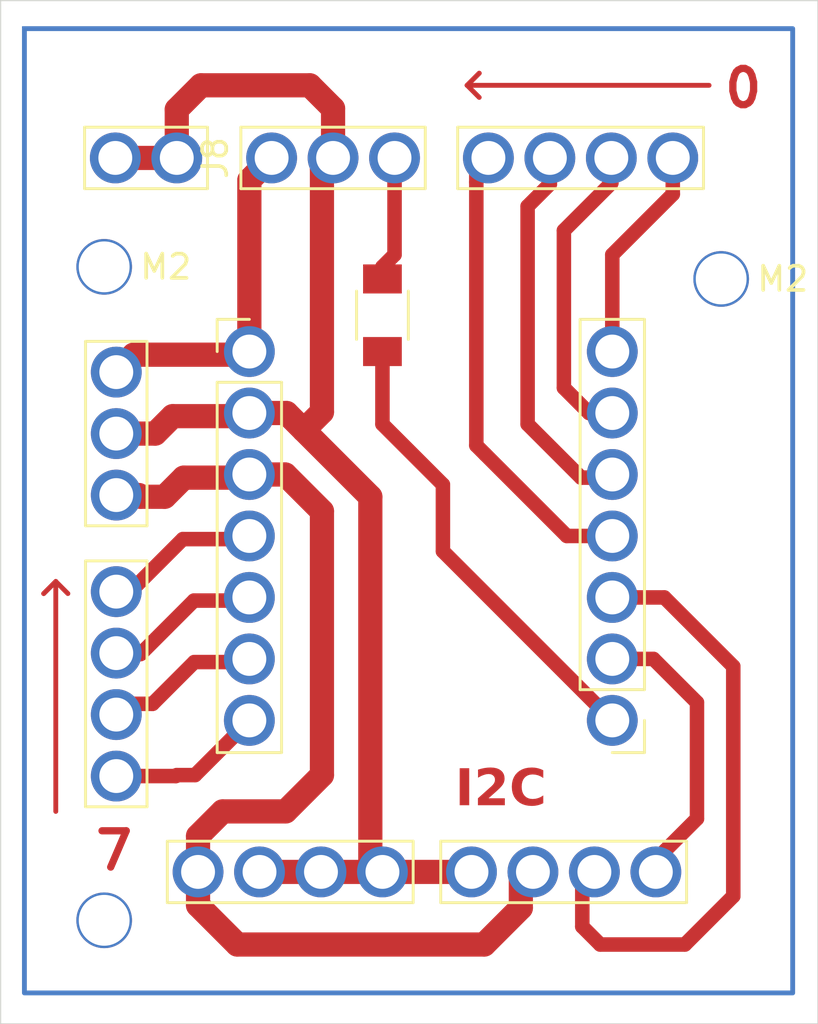
<source format=kicad_pcb>
(kicad_pcb (version 20240108) (generator "pcbnew") (generator_version "8.0")
  (layers (0 "F.Cu" signal) (31 "B.Cu" signal) (34 "B.Paste" user) (35 "F.Paste" user) (36 "B.SilkS" user "B.Silkscreen") (37 "F.SilkS" user "F.Silkscreen") (38 "B.Mask" user) (39 "F.Mask" user) (44 "Edge.Cuts" user))
  (net 0 "")
  (net 1 "D2")
  (net 2 "D0")
  (net 3 "D3")
  (net 4 "D1")
  (net 5 "PWR_GND")
  (net 6 "IIC_SCL{slash}DigitalIO")
  (net 7 "IIC_SDA{slash}DigitalIO")
  (net 8 "PWR_3V3")
  (net 9 "PWR_5V")
  (net 10 "D9")
  (net 11 "D7")
  (net 12 "D10")
  (net 13 "D8")
  (net 14 "LED")
  (net 15 "Net-(J8-Pin_3)")
  (footprint "fab:MountingHole_M2" (layer "F.Cu") (at 133 94.5)
    (property "Reference" "REF**" (hide yes))
    (property "Value" "MountingHole_M2" (hide yes))
    (pad "" thru_hole circle (at 0 0) (size 2.3 2.3) (drill 2.1) (layers "*.Cu" "*.Mask" "In1.Cu" "In2.Cu" "In3.Cu" "In4.Cu" "In5.Cu" "In6.Cu" "In7.Cu" "In8.Cu" "In9.Cu" "In10.Cu" "In11.Cu" "In12.Cu" "In13.Cu" "In14.Cu" "In15.Cu" "In16.Cu" "In17.Cu" "In18.Cu" "In19.Cu" "In20.Cu" "In21.Cu" "In22.Cu" "In23.Cu" "In24.Cu" "In25.Cu" "In26.Cu" "In27.Cu" "In28.Cu" "In29.Cu" "In30.Cu"))
  )
  (footprint "fab:MountingHole_M2" (layer "F.Cu") (at 133 67.5)
    (property "Reference" "REF**" (hide yes))
    (property "Value" "MountingHole_M2" (hide yes))
    (fp_text user "M2" (at 1.4 0 0) (layer "F.SilkS") (effects (font (thickness 0.15) (bold yes)) (justify left)))
    (pad "" thru_hole circle (at 0 0) (size 2.3 2.3) (drill 2.1) (layers "*.Cu" "*.Mask" "In1.Cu" "In2.Cu" "In3.Cu" "In4.Cu" "In5.Cu" "In6.Cu" "In7.Cu" "In8.Cu" "In9.Cu" "In10.Cu" "In11.Cu" "In12.Cu" "In13.Cu" "In14.Cu" "In15.Cu" "In16.Cu" "In17.Cu" "In18.Cu" "In19.Cu" "In20.Cu" "In21.Cu" "In22.Cu" "In23.Cu" "In24.Cu" "In25.Cu" "In26.Cu" "In27.Cu" "In28.Cu" "In29.Cu" "In30.Cu"))
  )
  (footprint "fab:MountingHole_M2" (layer "F.Cu") (at 158.5 68)
    (property "Reference" "REF**" (hide yes))
    (property "Value" "MountingHole_M2" (hide yes))
    (fp_text user "M2" (at 1.4 0 0) (layer "F.SilkS") (effects (font (thickness 0.15) (bold yes)) (justify left)))
    (pad "" thru_hole circle (at 0 0) (size 2.3 2.3) (drill 2.1) (layers "*.Cu" "*.Mask" "In1.Cu" "In2.Cu" "In3.Cu" "In4.Cu" "In5.Cu" "In6.Cu" "In7.Cu" "In8.Cu" "In9.Cu" "In10.Cu" "In11.Cu" "In12.Cu" "In13.Cu" "In14.Cu" "In15.Cu" "In16.Cu" "In17.Cu" "In18.Cu" "In19.Cu" "In20.Cu" "In21.Cu" "In22.Cu" "In23.Cu" "In24.Cu" "In25.Cu" "In26.Cu" "In27.Cu" "In28.Cu" "In29.Cu" "In30.Cu"))
  )
  (footprint "fab:R_1206" (layer "F.Cu") (at 144.5 69.5 90)
    (property "Reference" "R1" (hide yes))
    (property "Value" "470R" (hide yes))
    (fp_line (start -1 -1.07) (end 1 -1.07) (stroke (width 0.12)) (layer "F.SilkS"))
    (fp_line (start 1 1.07) (end -1 1.07) (stroke (width 0.12)) (layer "F.SilkS"))
    (pad "1" smd rect (at -1.5 0 90) (size 1.2 1.6) (layers "F.Cu" "F.Paste" "F.Mask") (net 14 "LED"))
    (pad "2" smd rect (at 1.5 0 90) (size 1.2 1.6) (layers "F.Cu" "F.Paste" "F.Mask") (net 15 "Net-(J8-Pin_3)"))
  )
  (footprint "fab:PinHeader_01x04_P2.54mm_Vertical_THT_D1.4mm" (layer "F.Cu") (at 148.88 63 90)
    (property "Reference" "J1" (hide yes))
    (property "Value" "PinHeader_01x04_P2.54mm_Vertical_THT_D1.4mm" (hide yes))
    (fp_line (start 1.27 -1.27) (end 1.27 8.89) (stroke (width 0.12)) (layer "F.SilkS"))
    (fp_line (start -1.27 -1.27) (end 1.27 -1.27) (stroke (width 0.12)) (layer "F.SilkS"))
    (fp_line (start -1.27 -1.27) (end -1.27 8.89) (stroke (width 0.12)) (layer "F.SilkS"))
    (fp_line (start -1.27 8.89) (end 1.27 8.89) (stroke (width 0.12)) (layer "F.SilkS"))
    (pad "1" thru_hole circle (at 0 0 90) (size 2.1 2.1) (drill 1.4) (layers "*.Cu" "*.Mask" "In1.Cu" "In2.Cu" "In3.Cu" "In4.Cu" "In5.Cu" "In6.Cu" "In7.Cu" "In8.Cu" "In9.Cu" "In10.Cu" "In11.Cu" "In12.Cu" "In13.Cu" "In14.Cu" "In15.Cu" "In16.Cu" "In17.Cu" "In18.Cu" "In19.Cu" "In20.Cu" "In21.Cu" "In22.Cu" "In23.Cu" "In24.Cu" "In25.Cu" "In26.Cu" "In27.Cu" "In28.Cu" "In29.Cu" "In30.Cu") (net 3 "D3"))
    (pad "2" thru_hole circle (at 0 2.54 90) (size 2.1 2.1) (drill 1.4) (layers "*.Cu" "*.Mask" "In1.Cu" "In2.Cu" "In3.Cu" "In4.Cu" "In5.Cu" "In6.Cu" "In7.Cu" "In8.Cu" "In9.Cu" "In10.Cu" "In11.Cu" "In12.Cu" "In13.Cu" "In14.Cu" "In15.Cu" "In16.Cu" "In17.Cu" "In18.Cu" "In19.Cu" "In20.Cu" "In21.Cu" "In22.Cu" "In23.Cu" "In24.Cu" "In25.Cu" "In26.Cu" "In27.Cu" "In28.Cu" "In29.Cu" "In30.Cu") (net 1 "D2"))
    (pad "3" thru_hole circle (at 0 5.08 90) (size 2.1 2.1) (drill 1.4) (layers "*.Cu" "*.Mask" "In1.Cu" "In2.Cu" "In3.Cu" "In4.Cu" "In5.Cu" "In6.Cu" "In7.Cu" "In8.Cu" "In9.Cu" "In10.Cu" "In11.Cu" "In12.Cu" "In13.Cu" "In14.Cu" "In15.Cu" "In16.Cu" "In17.Cu" "In18.Cu" "In19.Cu" "In20.Cu" "In21.Cu" "In22.Cu" "In23.Cu" "In24.Cu" "In25.Cu" "In26.Cu" "In27.Cu" "In28.Cu" "In29.Cu" "In30.Cu") (net 4 "D1"))
    (pad "4" thru_hole circle (at 0 7.62 90) (size 2.1 2.1) (drill 1.4) (layers "*.Cu" "*.Mask" "In1.Cu" "In2.Cu" "In3.Cu" "In4.Cu" "In5.Cu" "In6.Cu" "In7.Cu" "In8.Cu" "In9.Cu" "In10.Cu" "In11.Cu" "In12.Cu" "In13.Cu" "In14.Cu" "In15.Cu" "In16.Cu" "In17.Cu" "In18.Cu" "In19.Cu" "In20.Cu" "In21.Cu" "In22.Cu" "In23.Cu" "In24.Cu" "In25.Cu" "In26.Cu" "In27.Cu" "In28.Cu" "In29.Cu" "In30.Cu") (net 2 "D0"))
  )
  (footprint "fab:PinHeader_01x02_P2.54mm_Vertical_THT_D1.4mm" (layer "F.Cu") (at 133.46 63 90)
    (property "Reference" "J4" (hide yes))
    (property "Value" "PinHeader_01x02_P2.54mm_Vertical_THT_D1.4mm" (hide yes))
    (fp_line (start 1.27 -1.27) (end 1.27 3.81) (stroke (width 0.12)) (layer "F.SilkS"))
    (fp_line (start -1.27 -1.27) (end 1.27 -1.27) (stroke (width 0.12)) (layer "F.SilkS"))
    (fp_line (start -1.27 -1.27) (end -1.27 3.81) (stroke (width 0.12)) (layer "F.SilkS"))
    (fp_line (start -1.27 3.81) (end 1.27 3.81) (stroke (width 0.12)) (layer "F.SilkS"))
    (pad "1" thru_hole circle (at 0 0 90) (size 2.1 2.1) (drill 1.4) (layers "*.Cu" "*.Mask" "In1.Cu" "In2.Cu" "In3.Cu" "In4.Cu" "In5.Cu" "In6.Cu" "In7.Cu" "In8.Cu" "In9.Cu" "In10.Cu" "In11.Cu" "In12.Cu" "In13.Cu" "In14.Cu" "In15.Cu" "In16.Cu" "In17.Cu" "In18.Cu" "In19.Cu" "In20.Cu" "In21.Cu" "In22.Cu" "In23.Cu" "In24.Cu" "In25.Cu" "In26.Cu" "In27.Cu" "In28.Cu" "In29.Cu" "In30.Cu") (net 5 "PWR_GND"))
    (pad "2" thru_hole circle (at 0 2.54 90) (size 2.1 2.1) (drill 1.4) (layers "*.Cu" "*.Mask" "In1.Cu" "In2.Cu" "In3.Cu" "In4.Cu" "In5.Cu" "In6.Cu" "In7.Cu" "In8.Cu" "In9.Cu" "In10.Cu" "In11.Cu" "In12.Cu" "In13.Cu" "In14.Cu" "In15.Cu" "In16.Cu" "In17.Cu" "In18.Cu" "In19.Cu" "In20.Cu" "In21.Cu" "In22.Cu" "In23.Cu" "In24.Cu" "In25.Cu" "In26.Cu" "In27.Cu" "In28.Cu" "In29.Cu" "In30.Cu") (net 5 "PWR_GND"))
  )
  (footprint "fab:PinHeader_01x03_P2.54mm_Vertical_THT_D1.4mm" (layer "F.Cu") (at 133.5 71.85)
    (property "Reference" "J5" (hide yes))
    (property "Value" "PinHeader_01x03_P2.54mm_Vertical_THT_D1.4mm" (hide yes))
    (fp_line (start -1.27 -1.27) (end -1.27 6.35) (stroke (width 0.12)) (layer "F.SilkS"))
    (fp_line (start -1.27 -1.27) (end 1.27 -1.27) (stroke (width 0.12)) (layer "F.SilkS"))
    (fp_line (start -1.27 6.35) (end 1.27 6.35) (stroke (width 0.12)) (layer "F.SilkS"))
    (fp_line (start 1.27 -1.27) (end 1.27 6.35) (stroke (width 0.12)) (layer "F.SilkS"))
    (pad "1" thru_hole circle (at 0 0) (size 2.1 2.1) (drill 1.4) (layers "*.Cu" "*.Mask" "In1.Cu" "In2.Cu" "In3.Cu" "In4.Cu" "In5.Cu" "In6.Cu" "In7.Cu" "In8.Cu" "In9.Cu" "In10.Cu" "In11.Cu" "In12.Cu" "In13.Cu" "In14.Cu" "In15.Cu" "In16.Cu" "In17.Cu" "In18.Cu" "In19.Cu" "In20.Cu" "In21.Cu" "In22.Cu" "In23.Cu" "In24.Cu" "In25.Cu" "In26.Cu" "In27.Cu" "In28.Cu" "In29.Cu" "In30.Cu") (net 9 "PWR_5V"))
    (pad "2" thru_hole circle (at 0 2.54) (size 2.1 2.1) (drill 1.4) (layers "*.Cu" "*.Mask" "In1.Cu" "In2.Cu" "In3.Cu" "In4.Cu" "In5.Cu" "In6.Cu" "In7.Cu" "In8.Cu" "In9.Cu" "In10.Cu" "In11.Cu" "In12.Cu" "In13.Cu" "In14.Cu" "In15.Cu" "In16.Cu" "In17.Cu" "In18.Cu" "In19.Cu" "In20.Cu" "In21.Cu" "In22.Cu" "In23.Cu" "In24.Cu" "In25.Cu" "In26.Cu" "In27.Cu" "In28.Cu" "In29.Cu" "In30.Cu") (net 5 "PWR_GND"))
    (pad "3" thru_hole circle (at 0 5.08) (size 2.1 2.1) (drill 1.4) (layers "*.Cu" "*.Mask" "In1.Cu" "In2.Cu" "In3.Cu" "In4.Cu" "In5.Cu" "In6.Cu" "In7.Cu" "In8.Cu" "In9.Cu" "In10.Cu" "In11.Cu" "In12.Cu" "In13.Cu" "In14.Cu" "In15.Cu" "In16.Cu" "In17.Cu" "In18.Cu" "In19.Cu" "In20.Cu" "In21.Cu" "In22.Cu" "In23.Cu" "In24.Cu" "In25.Cu" "In26.Cu" "In27.Cu" "In28.Cu" "In29.Cu" "In30.Cu") (net 8 "PWR_3V3"))
  )
  (footprint "fab:PinHeader_01x04_P2.54mm_Vertical_THT_D1.4mm" (layer "F.Cu") (at 144.5 92.5 -90)
    (property "Reference" "J6" (hide yes))
    (property "Value" "PinHeader_01x04_P2.54mm_Vertical_THT_D1.4mm" (hide yes))
    (fp_line (start -1.27 8.89) (end 1.27 8.89) (stroke (width 0.12)) (layer "F.SilkS"))
    (fp_line (start -1.27 -1.27) (end -1.27 8.89) (stroke (width 0.12)) (layer "F.SilkS"))
    (fp_line (start -1.27 -1.27) (end 1.27 -1.27) (stroke (width 0.12)) (layer "F.SilkS"))
    (fp_line (start 1.27 -1.27) (end 1.27 8.89) (stroke (width 0.12)) (layer "F.SilkS"))
    (pad "1" thru_hole circle (at 0 0 270) (size 2.1 2.1) (drill 1.4) (layers "*.Cu" "*.Mask" "In1.Cu" "In2.Cu" "In3.Cu" "In4.Cu" "In5.Cu" "In6.Cu" "In7.Cu" "In8.Cu" "In9.Cu" "In10.Cu" "In11.Cu" "In12.Cu" "In13.Cu" "In14.Cu" "In15.Cu" "In16.Cu" "In17.Cu" "In18.Cu" "In19.Cu" "In20.Cu" "In21.Cu" "In22.Cu" "In23.Cu" "In24.Cu" "In25.Cu" "In26.Cu" "In27.Cu" "In28.Cu" "In29.Cu" "In30.Cu") (net 5 "PWR_GND"))
    (pad "2" thru_hole circle (at 0 2.54 270) (size 2.1 2.1) (drill 1.4) (layers "*.Cu" "*.Mask" "In1.Cu" "In2.Cu" "In3.Cu" "In4.Cu" "In5.Cu" "In6.Cu" "In7.Cu" "In8.Cu" "In9.Cu" "In10.Cu" "In11.Cu" "In12.Cu" "In13.Cu" "In14.Cu" "In15.Cu" "In16.Cu" "In17.Cu" "In18.Cu" "In19.Cu" "In20.Cu" "In21.Cu" "In22.Cu" "In23.Cu" "In24.Cu" "In25.Cu" "In26.Cu" "In27.Cu" "In28.Cu" "In29.Cu" "In30.Cu") (net 5 "PWR_GND"))
    (pad "3" thru_hole circle (at 0 5.08 270) (size 2.1 2.1) (drill 1.4) (layers "*.Cu" "*.Mask" "In1.Cu" "In2.Cu" "In3.Cu" "In4.Cu" "In5.Cu" "In6.Cu" "In7.Cu" "In8.Cu" "In9.Cu" "In10.Cu" "In11.Cu" "In12.Cu" "In13.Cu" "In14.Cu" "In15.Cu" "In16.Cu" "In17.Cu" "In18.Cu" "In19.Cu" "In20.Cu" "In21.Cu" "In22.Cu" "In23.Cu" "In24.Cu" "In25.Cu" "In26.Cu" "In27.Cu" "In28.Cu" "In29.Cu" "In30.Cu") (net 5 "PWR_GND"))
    (pad "4" thru_hole circle (at 0 7.62 270) (size 2.1 2.1) (drill 1.4) (layers "*.Cu" "*.Mask" "In1.Cu" "In2.Cu" "In3.Cu" "In4.Cu" "In5.Cu" "In6.Cu" "In7.Cu" "In8.Cu" "In9.Cu" "In10.Cu" "In11.Cu" "In12.Cu" "In13.Cu" "In14.Cu" "In15.Cu" "In16.Cu" "In17.Cu" "In18.Cu" "In19.Cu" "In20.Cu" "In21.Cu" "In22.Cu" "In23.Cu" "In24.Cu" "In25.Cu" "In26.Cu" "In27.Cu" "In28.Cu" "In29.Cu" "In30.Cu") (net 8 "PWR_3V3"))
  )
  (footprint "fab:PinHeader_01x07_P2.54mm_Vertical_THT_D1.4mm" (layer "F.Cu") (at 139 71)
    (property "Reference" "J9" (hide yes))
    (property "Value" "PinHeader_01x07_P2.54mm_Vertical_THT_D1.4mm" (hide yes))
    (fp_line (start -1.33 -1.33) (end 0 -1.33) (stroke (width 0.12)) (layer "F.SilkS"))
    (fp_line (start -1.33 0) (end -1.33 -1.33) (stroke (width 0.12)) (layer "F.SilkS"))
    (fp_line (start -1.33 1.27) (end -1.33 16.57) (stroke (width 0.12)) (layer "F.SilkS"))
    (fp_line (start -1.33 1.27) (end 1.33 1.27) (stroke (width 0.12)) (layer "F.SilkS"))
    (fp_line (start -1.33 16.57) (end 1.33 16.57) (stroke (width 0.12)) (layer "F.SilkS"))
    (fp_line (start 1.33 1.27) (end 1.33 16.57) (stroke (width 0.12)) (layer "F.SilkS"))
    (pad "1" thru_hole circle (at 0 0) (size 2.1 2.1) (drill 1.4) (layers "*.Cu" "*.Mask" "In1.Cu" "In2.Cu" "In3.Cu" "In4.Cu" "In5.Cu" "In6.Cu" "In7.Cu" "In8.Cu" "In9.Cu" "In10.Cu" "In11.Cu" "In12.Cu" "In13.Cu" "In14.Cu" "In15.Cu" "In16.Cu" "In17.Cu" "In18.Cu" "In19.Cu" "In20.Cu" "In21.Cu" "In22.Cu" "In23.Cu" "In24.Cu" "In25.Cu" "In26.Cu" "In27.Cu" "In28.Cu" "In29.Cu" "In30.Cu") (net 9 "PWR_5V"))
    (pad "2" thru_hole circle (at 0 2.54) (size 2.1 2.1) (drill 1.4) (layers "*.Cu" "*.Mask" "In1.Cu" "In2.Cu" "In3.Cu" "In4.Cu" "In5.Cu" "In6.Cu" "In7.Cu" "In8.Cu" "In9.Cu" "In10.Cu" "In11.Cu" "In12.Cu" "In13.Cu" "In14.Cu" "In15.Cu" "In16.Cu" "In17.Cu" "In18.Cu" "In19.Cu" "In20.Cu" "In21.Cu" "In22.Cu" "In23.Cu" "In24.Cu" "In25.Cu" "In26.Cu" "In27.Cu" "In28.Cu" "In29.Cu" "In30.Cu") (net 5 "PWR_GND"))
    (pad "3" thru_hole circle (at 0 5.08) (size 2.1 2.1) (drill 1.4) (layers "*.Cu" "*.Mask" "In1.Cu" "In2.Cu" "In3.Cu" "In4.Cu" "In5.Cu" "In6.Cu" "In7.Cu" "In8.Cu" "In9.Cu" "In10.Cu" "In11.Cu" "In12.Cu" "In13.Cu" "In14.Cu" "In15.Cu" "In16.Cu" "In17.Cu" "In18.Cu" "In19.Cu" "In20.Cu" "In21.Cu" "In22.Cu" "In23.Cu" "In24.Cu" "In25.Cu" "In26.Cu" "In27.Cu" "In28.Cu" "In29.Cu" "In30.Cu") (net 8 "PWR_3V3"))
    (pad "4" thru_hole circle (at 0 7.62) (size 2.1 2.1) (drill 1.4) (layers "*.Cu" "*.Mask" "In1.Cu" "In2.Cu" "In3.Cu" "In4.Cu" "In5.Cu" "In6.Cu" "In7.Cu" "In8.Cu" "In9.Cu" "In10.Cu" "In11.Cu" "In12.Cu" "In13.Cu" "In14.Cu" "In15.Cu" "In16.Cu" "In17.Cu" "In18.Cu" "In19.Cu" "In20.Cu" "In21.Cu" "In22.Cu" "In23.Cu" "In24.Cu" "In25.Cu" "In26.Cu" "In27.Cu" "In28.Cu" "In29.Cu" "In30.Cu") (net 12 "D10"))
    (pad "5" thru_hole circle (at 0 10.16) (size 2.1 2.1) (drill 1.4) (layers "*.Cu" "*.Mask" "In1.Cu" "In2.Cu" "In3.Cu" "In4.Cu" "In5.Cu" "In6.Cu" "In7.Cu" "In8.Cu" "In9.Cu" "In10.Cu" "In11.Cu" "In12.Cu" "In13.Cu" "In14.Cu" "In15.Cu" "In16.Cu" "In17.Cu" "In18.Cu" "In19.Cu" "In20.Cu" "In21.Cu" "In22.Cu" "In23.Cu" "In24.Cu" "In25.Cu" "In26.Cu" "In27.Cu" "In28.Cu" "In29.Cu" "In30.Cu") (net 10 "D9"))
    (pad "6" thru_hole circle (at 0 12.7) (size 2.1 2.1) (drill 1.4) (layers "*.Cu" "*.Mask" "In1.Cu" "In2.Cu" "In3.Cu" "In4.Cu" "In5.Cu" "In6.Cu" "In7.Cu" "In8.Cu" "In9.Cu" "In10.Cu" "In11.Cu" "In12.Cu" "In13.Cu" "In14.Cu" "In15.Cu" "In16.Cu" "In17.Cu" "In18.Cu" "In19.Cu" "In20.Cu" "In21.Cu" "In22.Cu" "In23.Cu" "In24.Cu" "In25.Cu" "In26.Cu" "In27.Cu" "In28.Cu" "In29.Cu" "In30.Cu") (net 13 "D8"))
    (pad "7" thru_hole circle (at 0 15.24) (size 2.1 2.1) (drill 1.4) (layers "*.Cu" "*.Mask" "In1.Cu" "In2.Cu" "In3.Cu" "In4.Cu" "In5.Cu" "In6.Cu" "In7.Cu" "In8.Cu" "In9.Cu" "In10.Cu" "In11.Cu" "In12.Cu" "In13.Cu" "In14.Cu" "In15.Cu" "In16.Cu" "In17.Cu" "In18.Cu" "In19.Cu" "In20.Cu" "In21.Cu" "In22.Cu" "In23.Cu" "In24.Cu" "In25.Cu" "In26.Cu" "In27.Cu" "In28.Cu" "In29.Cu" "In30.Cu") (net 11 "D7"))
  )
  (footprint "fab:PinHeader_01x07_P2.54mm_Vertical_THT_D1.4mm" (layer "F.Cu") (at 154 86.24 180)
    (property "Reference" "J3" (hide yes))
    (property "Value" "PinHeader_01x07_P2.54mm_Vertical_THT_D1.4mm" (hide yes))
    (fp_line (start 1.33 1.27) (end 1.33 16.57) (stroke (width 0.12)) (layer "F.SilkS"))
    (fp_line (start -1.33 16.57) (end 1.33 16.57) (stroke (width 0.12)) (layer "F.SilkS"))
    (fp_line (start -1.33 1.27) (end 1.33 1.27) (stroke (width 0.12)) (layer "F.SilkS"))
    (fp_line (start -1.33 1.27) (end -1.33 16.57) (stroke (width 0.12)) (layer "F.SilkS"))
    (fp_line (start -1.33 0) (end -1.33 -1.33) (stroke (width 0.12)) (layer "F.SilkS"))
    (fp_line (start -1.33 -1.33) (end 0 -1.33) (stroke (width 0.12)) (layer "F.SilkS"))
    (pad "1" thru_hole circle (at 0 0 180) (size 2.1 2.1) (drill 1.4) (layers "*.Cu" "*.Mask" "In1.Cu" "In2.Cu" "In3.Cu" "In4.Cu" "In5.Cu" "In6.Cu" "In7.Cu" "In8.Cu" "In9.Cu" "In10.Cu" "In11.Cu" "In12.Cu" "In13.Cu" "In14.Cu" "In15.Cu" "In16.Cu" "In17.Cu" "In18.Cu" "In19.Cu" "In20.Cu" "In21.Cu" "In22.Cu" "In23.Cu" "In24.Cu" "In25.Cu" "In26.Cu" "In27.Cu" "In28.Cu" "In29.Cu" "In30.Cu") (net 14 "LED"))
    (pad "2" thru_hole circle (at 0 2.54 180) (size 2.1 2.1) (drill 1.4) (layers "*.Cu" "*.Mask" "In1.Cu" "In2.Cu" "In3.Cu" "In4.Cu" "In5.Cu" "In6.Cu" "In7.Cu" "In8.Cu" "In9.Cu" "In10.Cu" "In11.Cu" "In12.Cu" "In13.Cu" "In14.Cu" "In15.Cu" "In16.Cu" "In17.Cu" "In18.Cu" "In19.Cu" "In20.Cu" "In21.Cu" "In22.Cu" "In23.Cu" "In24.Cu" "In25.Cu" "In26.Cu" "In27.Cu" "In28.Cu" "In29.Cu" "In30.Cu") (net 7 "IIC_SDA{slash}DigitalIO"))
    (pad "3" thru_hole circle (at 0 5.08 180) (size 2.1 2.1) (drill 1.4) (layers "*.Cu" "*.Mask" "In1.Cu" "In2.Cu" "In3.Cu" "In4.Cu" "In5.Cu" "In6.Cu" "In7.Cu" "In8.Cu" "In9.Cu" "In10.Cu" "In11.Cu" "In12.Cu" "In13.Cu" "In14.Cu" "In15.Cu" "In16.Cu" "In17.Cu" "In18.Cu" "In19.Cu" "In20.Cu" "In21.Cu" "In22.Cu" "In23.Cu" "In24.Cu" "In25.Cu" "In26.Cu" "In27.Cu" "In28.Cu" "In29.Cu" "In30.Cu") (net 6 "IIC_SCL{slash}DigitalIO"))
    (pad "4" thru_hole circle (at 0 7.62 180) (size 2.1 2.1) (drill 1.4) (layers "*.Cu" "*.Mask" "In1.Cu" "In2.Cu" "In3.Cu" "In4.Cu" "In5.Cu" "In6.Cu" "In7.Cu" "In8.Cu" "In9.Cu" "In10.Cu" "In11.Cu" "In12.Cu" "In13.Cu" "In14.Cu" "In15.Cu" "In16.Cu" "In17.Cu" "In18.Cu" "In19.Cu" "In20.Cu" "In21.Cu" "In22.Cu" "In23.Cu" "In24.Cu" "In25.Cu" "In26.Cu" "In27.Cu" "In28.Cu" "In29.Cu" "In30.Cu") (net 3 "D3"))
    (pad "5" thru_hole circle (at 0 10.16 180) (size 2.1 2.1) (drill 1.4) (layers "*.Cu" "*.Mask" "In1.Cu" "In2.Cu" "In3.Cu" "In4.Cu" "In5.Cu" "In6.Cu" "In7.Cu" "In8.Cu" "In9.Cu" "In10.Cu" "In11.Cu" "In12.Cu" "In13.Cu" "In14.Cu" "In15.Cu" "In16.Cu" "In17.Cu" "In18.Cu" "In19.Cu" "In20.Cu" "In21.Cu" "In22.Cu" "In23.Cu" "In24.Cu" "In25.Cu" "In26.Cu" "In27.Cu" "In28.Cu" "In29.Cu" "In30.Cu") (net 1 "D2"))
    (pad "6" thru_hole circle (at 0 12.7 180) (size 2.1 2.1) (drill 1.4) (layers "*.Cu" "*.Mask" "In1.Cu" "In2.Cu" "In3.Cu" "In4.Cu" "In5.Cu" "In6.Cu" "In7.Cu" "In8.Cu" "In9.Cu" "In10.Cu" "In11.Cu" "In12.Cu" "In13.Cu" "In14.Cu" "In15.Cu" "In16.Cu" "In17.Cu" "In18.Cu" "In19.Cu" "In20.Cu" "In21.Cu" "In22.Cu" "In23.Cu" "In24.Cu" "In25.Cu" "In26.Cu" "In27.Cu" "In28.Cu" "In29.Cu" "In30.Cu") (net 4 "D1"))
    (pad "7" thru_hole circle (at 0 15.24 180) (size 2.1 2.1) (drill 1.4) (layers "*.Cu" "*.Mask" "In1.Cu" "In2.Cu" "In3.Cu" "In4.Cu" "In5.Cu" "In6.Cu" "In7.Cu" "In8.Cu" "In9.Cu" "In10.Cu" "In11.Cu" "In12.Cu" "In13.Cu" "In14.Cu" "In15.Cu" "In16.Cu" "In17.Cu" "In18.Cu" "In19.Cu" "In20.Cu" "In21.Cu" "In22.Cu" "In23.Cu" "In24.Cu" "In25.Cu" "In26.Cu" "In27.Cu" "In28.Cu" "In29.Cu" "In30.Cu") (net 2 "D0"))
  )
  (footprint "fab:PinHeader_01x04_P2.54mm_Vertical_THT_D1.4mm" (layer "F.Cu") (at 155.8 92.5 -90)
    (property "Reference" "J7" (hide yes))
    (property "Value" "PinHeader_01x04_P2.54mm_Vertical_THT_D1.4mm" (hide yes))
    (fp_line (start -1.27 8.89) (end 1.27 8.89) (stroke (width 0.12)) (layer "F.SilkS"))
    (fp_line (start -1.27 -1.27) (end -1.27 8.89) (stroke (width 0.12)) (layer "F.SilkS"))
    (fp_line (start -1.27 -1.27) (end 1.27 -1.27) (stroke (width 0.12)) (layer "F.SilkS"))
    (fp_line (start 1.27 -1.27) (end 1.27 8.89) (stroke (width 0.12)) (layer "F.SilkS"))
    (pad "1" thru_hole circle (at 0 0 270) (size 2.1 2.1) (drill 1.4) (layers "*.Cu" "*.Mask" "In1.Cu" "In2.Cu" "In3.Cu" "In4.Cu" "In5.Cu" "In6.Cu" "In7.Cu" "In8.Cu" "In9.Cu" "In10.Cu" "In11.Cu" "In12.Cu" "In13.Cu" "In14.Cu" "In15.Cu" "In16.Cu" "In17.Cu" "In18.Cu" "In19.Cu" "In20.Cu" "In21.Cu" "In22.Cu" "In23.Cu" "In24.Cu" "In25.Cu" "In26.Cu" "In27.Cu" "In28.Cu" "In29.Cu" "In30.Cu") (net 7 "IIC_SDA{slash}DigitalIO"))
    (pad "2" thru_hole circle (at 0 2.54 270) (size 2.1 2.1) (drill 1.4) (layers "*.Cu" "*.Mask" "In1.Cu" "In2.Cu" "In3.Cu" "In4.Cu" "In5.Cu" "In6.Cu" "In7.Cu" "In8.Cu" "In9.Cu" "In10.Cu" "In11.Cu" "In12.Cu" "In13.Cu" "In14.Cu" "In15.Cu" "In16.Cu" "In17.Cu" "In18.Cu" "In19.Cu" "In20.Cu" "In21.Cu" "In22.Cu" "In23.Cu" "In24.Cu" "In25.Cu" "In26.Cu" "In27.Cu" "In28.Cu" "In29.Cu" "In30.Cu") (net 6 "IIC_SCL{slash}DigitalIO"))
    (pad "3" thru_hole circle (at 0 5.08 270) (size 2.1 2.1) (drill 1.4) (layers "*.Cu" "*.Mask" "In1.Cu" "In2.Cu" "In3.Cu" "In4.Cu" "In5.Cu" "In6.Cu" "In7.Cu" "In8.Cu" "In9.Cu" "In10.Cu" "In11.Cu" "In12.Cu" "In13.Cu" "In14.Cu" "In15.Cu" "In16.Cu" "In17.Cu" "In18.Cu" "In19.Cu" "In20.Cu" "In21.Cu" "In22.Cu" "In23.Cu" "In24.Cu" "In25.Cu" "In26.Cu" "In27.Cu" "In28.Cu" "In29.Cu" "In30.Cu") (net 8 "PWR_3V3"))
    (pad "4" thru_hole circle (at 0 7.62 270) (size 2.1 2.1) (drill 1.4) (layers "*.Cu" "*.Mask" "In1.Cu" "In2.Cu" "In3.Cu" "In4.Cu" "In5.Cu" "In6.Cu" "In7.Cu" "In8.Cu" "In9.Cu" "In10.Cu" "In11.Cu" "In12.Cu" "In13.Cu" "In14.Cu" "In15.Cu" "In16.Cu" "In17.Cu" "In18.Cu" "In19.Cu" "In20.Cu" "In21.Cu" "In22.Cu" "In23.Cu" "In24.Cu" "In25.Cu" "In26.Cu" "In27.Cu" "In28.Cu" "In29.Cu" "In30.Cu") (net 5 "PWR_GND"))
  )
  (footprint "fab:PinHeader_01x04_P2.54mm_Vertical_THT_D1.4mm" (layer "F.Cu") (at 133.5 80.92)
    (property "Reference" "J2" (hide yes))
    (property "Value" "PinHeader_01x04_P2.54mm_Vertical_THT_D1.4mm" (hide yes))
    (fp_line (start -1.27 -1.27) (end -1.27 8.89) (stroke (width 0.12)) (layer "F.SilkS"))
    (fp_line (start -1.27 -1.27) (end 1.27 -1.27) (stroke (width 0.12)) (layer "F.SilkS"))
    (fp_line (start -1.27 8.89) (end 1.27 8.89) (stroke (width 0.12)) (layer "F.SilkS"))
    (fp_line (start 1.27 -1.27) (end 1.27 8.89) (stroke (width 0.12)) (layer "F.SilkS"))
    (pad "1" thru_hole circle (at 0 0) (size 2.1 2.1) (drill 1.4) (layers "*.Cu" "*.Mask" "In1.Cu" "In2.Cu" "In3.Cu" "In4.Cu" "In5.Cu" "In6.Cu" "In7.Cu" "In8.Cu" "In9.Cu" "In10.Cu" "In11.Cu" "In12.Cu" "In13.Cu" "In14.Cu" "In15.Cu" "In16.Cu" "In17.Cu" "In18.Cu" "In19.Cu" "In20.Cu" "In21.Cu" "In22.Cu" "In23.Cu" "In24.Cu" "In25.Cu" "In26.Cu" "In27.Cu" "In28.Cu" "In29.Cu" "In30.Cu") (net 12 "D10"))
    (pad "2" thru_hole circle (at 0 2.54) (size 2.1 2.1) (drill 1.4) (layers "*.Cu" "*.Mask" "In1.Cu" "In2.Cu" "In3.Cu" "In4.Cu" "In5.Cu" "In6.Cu" "In7.Cu" "In8.Cu" "In9.Cu" "In10.Cu" "In11.Cu" "In12.Cu" "In13.Cu" "In14.Cu" "In15.Cu" "In16.Cu" "In17.Cu" "In18.Cu" "In19.Cu" "In20.Cu" "In21.Cu" "In22.Cu" "In23.Cu" "In24.Cu" "In25.Cu" "In26.Cu" "In27.Cu" "In28.Cu" "In29.Cu" "In30.Cu") (net 10 "D9"))
    (pad "3" thru_hole circle (at 0 5.08) (size 2.1 2.1) (drill 1.4) (layers "*.Cu" "*.Mask" "In1.Cu" "In2.Cu" "In3.Cu" "In4.Cu" "In5.Cu" "In6.Cu" "In7.Cu" "In8.Cu" "In9.Cu" "In10.Cu" "In11.Cu" "In12.Cu" "In13.Cu" "In14.Cu" "In15.Cu" "In16.Cu" "In17.Cu" "In18.Cu" "In19.Cu" "In20.Cu" "In21.Cu" "In22.Cu" "In23.Cu" "In24.Cu" "In25.Cu" "In26.Cu" "In27.Cu" "In28.Cu" "In29.Cu" "In30.Cu") (net 13 "D8"))
    (pad "4" thru_hole circle (at 0 7.62) (size 2.1 2.1) (drill 1.4) (layers "*.Cu" "*.Mask" "In1.Cu" "In2.Cu" "In3.Cu" "In4.Cu" "In5.Cu" "In6.Cu" "In7.Cu" "In8.Cu" "In9.Cu" "In10.Cu" "In11.Cu" "In12.Cu" "In13.Cu" "In14.Cu" "In15.Cu" "In16.Cu" "In17.Cu" "In18.Cu" "In19.Cu" "In20.Cu" "In21.Cu" "In22.Cu" "In23.Cu" "In24.Cu" "In25.Cu" "In26.Cu" "In27.Cu" "In28.Cu" "In29.Cu" "In30.Cu") (net 11 "D7"))
  )
  (footprint "fab:PinHeader_01x03_P2.54mm_Vertical_THT_D1.4mm" (layer "F.Cu") (at 139.92 63 90)
    (property "Reference" "J8" (at 0 -2.33 90) (layer "F.SilkS"))
    (property "Value" "PinHeader_01x03_P2.54mm_Vertical_THT_D1.4mm" (hide yes))
    (fp_line (start 1.27 -1.27) (end 1.27 6.35) (stroke (width 0.12)) (layer "F.SilkS"))
    (fp_line (start -1.27 -1.27) (end 1.27 -1.27) (stroke (width 0.12)) (layer "F.SilkS"))
    (fp_line (start -1.27 -1.27) (end -1.27 6.35) (stroke (width 0.12)) (layer "F.SilkS"))
    (fp_line (start -1.27 6.35) (end 1.27 6.35) (stroke (width 0.12)) (layer "F.SilkS"))
    (pad "1" thru_hole circle (at 0 0 90) (size 2.1 2.1) (drill 1.4) (layers "*.Cu" "*.Mask" "In1.Cu" "In2.Cu" "In3.Cu" "In4.Cu" "In5.Cu" "In6.Cu" "In7.Cu" "In8.Cu" "In9.Cu" "In10.Cu" "In11.Cu" "In12.Cu" "In13.Cu" "In14.Cu" "In15.Cu" "In16.Cu" "In17.Cu" "In18.Cu" "In19.Cu" "In20.Cu" "In21.Cu" "In22.Cu" "In23.Cu" "In24.Cu" "In25.Cu" "In26.Cu" "In27.Cu" "In28.Cu" "In29.Cu" "In30.Cu") (net 9 "PWR_5V"))
    (pad "2" thru_hole circle (at 0 2.54 90) (size 2.1 2.1) (drill 1.4) (layers "*.Cu" "*.Mask" "In1.Cu" "In2.Cu" "In3.Cu" "In4.Cu" "In5.Cu" "In6.Cu" "In7.Cu" "In8.Cu" "In9.Cu" "In10.Cu" "In11.Cu" "In12.Cu" "In13.Cu" "In14.Cu" "In15.Cu" "In16.Cu" "In17.Cu" "In18.Cu" "In19.Cu" "In20.Cu" "In21.Cu" "In22.Cu" "In23.Cu" "In24.Cu" "In25.Cu" "In26.Cu" "In27.Cu" "In28.Cu" "In29.Cu" "In30.Cu") (net 5 "PWR_GND"))
    (pad "3" thru_hole circle (at 0 5.08 90) (size 2.1 2.1) (drill 1.4) (layers "*.Cu" "*.Mask" "In1.Cu" "In2.Cu" "In3.Cu" "In4.Cu" "In5.Cu" "In6.Cu" "In7.Cu" "In8.Cu" "In9.Cu" "In10.Cu" "In11.Cu" "In12.Cu" "In13.Cu" "In14.Cu" "In15.Cu" "In16.Cu" "In17.Cu" "In18.Cu" "In19.Cu" "In20.Cu" "In21.Cu" "In22.Cu" "In23.Cu" "In24.Cu" "In25.Cu" "In26.Cu" "In27.Cu" "In28.Cu" "In29.Cu" "In30.Cu") (net 15 "Net-(J8-Pin_3)"))
  )
  (gr_line (start 131 80.5) (end 131.5 81) (stroke (width 0.2)) (layer "F.Cu"))
  (gr_line (start 131 90) (end 131 80.5) (stroke (width 0.2)) (layer "F.Cu"))
  (gr_line (start 148 60) (end 148.5 59.5) (stroke (width 0.2)) (layer "F.Cu"))
  (gr_line (start 158 60) (end 148 60) (stroke (width 0.2)) (layer "F.Cu"))
  (gr_line (start 148 60) (end 148.5 60.5) (stroke (width 0.2)) (layer "F.Cu"))
  (gr_line (start 130.5 81) (end 131 80.5) (stroke (width 0.2)) (layer "F.Cu"))
  (gr_line (start 131 80.5) (end 130.5 81) (stroke (width 0.2)) (layer "F.Cu"))
  (gr_line (start 148.5 59.5) (end 148 60) (stroke (width 0.2)) (layer "F.Cu"))
  (gr_rect (start 129.703105 57.658355) (end 161.45525 97.5) (stroke (width 0.2)) (fill none) (layer "B.Cu"))
  (gr_rect (start 128.71926 56.5) (end 162.5 98.78074) (stroke (width 0.05)) (fill none) (layer "Edge.Cuts"))
  (gr_text "7\n" (at 132.5 92.5 0) (layer "F.Cu") (effects (font (size 1.5 1.5) (thickness 0.3) (bold yes)) (justify left bottom)))
  (gr_text "I2C" (at 147.5 90 0) (layer "F.Cu") (effects (font (size 1.5 1.5) (thickness 0.3) (bold yes)) (justify left bottom)))
  (gr_text "0" (at 158.5 61 0) (layer "F.Cu") (effects (font (size 1.5 1.5) (thickness 0.3) (bold yes)) (justify left bottom)))
  (segment (start 154.12 76.21) (end 152.71 76.21) (width 0.6) (layer "F.Cu") (net 1))
  (segment (start 152.71 76.21) (end 150.5 74) (width 0.6) (layer "F.Cu") (net 1))
  (segment (start 150.5 65) (end 150.5 74) (width 0.6) (layer "F.Cu") (net 1))
  (segment (start 151.42 64.08) (end 150.5 65) (width 0.6) (layer "F.Cu") (net 1))
  (segment (start 151.42 63) (end 151.42 64.08) (width 0.6) (layer "F.Cu") (net 1))
  (segment (start 154 71) (end 154 67) (width 0.6) (layer "F.Cu") (net 2))
  (segment (start 156.5 64.5) (end 156.5 63) (width 0.6) (layer "F.Cu") (net 2))
  (segment (start 154 67) (end 156.5 64.5) (width 0.6) (layer "F.Cu") (net 2))
  (segment (start 148.38 74.88) (end 148.75 75.25) (width 0.6) (layer "F.Cu") (net 3))
  (segment (start 148.88 63) (end 148.38 63.5) (width 0.6) (layer "F.Cu") (net 3))
  (segment (start 152.12 78.62) (end 148.75 75.25) (width 0.6) (layer "F.Cu") (net 3))
  (segment (start 154 78.62) (end 152.12 78.62) (width 0.6) (layer "F.Cu") (net 3))
  (segment (start 148.38 64) (end 148.38 74.88) (width 0.6) (layer "F.Cu") (net 3))
  (segment (start 148.38 63.5) (end 148.38 64) (width 0.6) (layer "F.Cu") (net 3))
  (segment (start 152 72.5) (end 153.04 73.54) (width 0.6) (layer "F.Cu") (net 4))
  (segment (start 152 66) (end 152 72.5) (width 0.6) (layer "F.Cu") (net 4))
  (segment (start 153.04 73.54) (end 154 73.54) (width 0.6) (layer "F.Cu") (net 4))
  (segment (start 153.96 63) (end 153.96 64.04) (width 0.6) (layer "F.Cu") (net 4))
  (segment (start 153.96 64.04) (end 152 66) (width 0.6) (layer "F.Cu") (net 4))
  (segment (start 142.46 63) (end 142.46 60.96) (width 1) (layer "F.Cu") (net 5))
  (segment (start 144.5 92.5) (end 144 92) (width 1) (layer "F.Cu") (net 5))
  (segment (start 142.46 60.96) (end 141.5 60) (width 1) (layer "F.Cu") (net 5))
  (segment (start 148.18 92.5) (end 144.5 92.5) (width 1) (layer "F.Cu") (net 5))
  (segment (start 144 77) (end 141.25 74.25) (width 1) (layer "F.Cu") (net 5))
  (segment (start 144 92) (end 144 77) (width 1) (layer "F.Cu") (net 5))
  (segment (start 139 73.54) (end 140.54 73.54) (width 1) (layer "F.Cu") (net 5))
  (segment (start 133.5 74.39) (end 135.11 74.39) (width 1) (layer "F.Cu") (net 5))
  (segment (start 136 63) (end 133.46 63) (width 1) (layer "F.Cu") (net 5))
  (segment (start 142 63.46) (end 142 73.5) (width 1) (layer "F.Cu") (net 5))
  (segment (start 140.54 73.54) (end 141.25 74.25) (width 1) (layer "F.Cu") (net 5))
  (segment (start 137 60) (end 136 61) (width 1) (layer "F.Cu") (net 5))
  (segment (start 139.42 92.5) (end 144.5 92.5) (width 1) (layer "F.Cu") (net 5))
  (segment (start 141.5 60) (end 137 60) (width 1) (layer "F.Cu") (net 5))
  (segment (start 142.46 63) (end 142 63.46) (width 1) (layer "F.Cu") (net 5))
  (segment (start 142 73.5) (end 141.25 74.25) (width 1) (layer "F.Cu") (net 5))
  (segment (start 135.11 74.39) (end 135.83 73.67) (width 1) (layer "F.Cu") (net 5))
  (segment (start 136 61) (end 136 63) (width 1) (layer "F.Cu") (net 5))
  (segment (start 135.83 73.67) (end 138.885 73.67) (width 1) (layer "F.Cu") (net 5))
  (segment (start 159 84.01) (end 159 93.5) (width 0.6) (layer "F.Cu") (net 6))
  (segment (start 159 93.5) (end 157 95.5) (width 0.6) (layer "F.Cu") (net 6))
  (segment (start 152.76 94.76) (end 152.76 92.5) (width 0.6) (layer "F.Cu") (net 6))
  (segment (start 154 81.16) (end 156.15 81.16) (width 0.6) (layer "F.Cu") (net 6))
  (segment (start 157 95.5) (end 153.5 95.5) (width 0.6) (layer "F.Cu") (net 6))
  (segment (start 156.15 81.16) (end 159 84.01) (width 0.6) (layer "F.Cu") (net 6))
  (segment (start 153.5 95.5) (end 152.76 94.76) (width 0.6) (layer "F.Cu") (net 6))
  (segment (start 157.5 90.3) (end 155.3 92.5) (width 0.6) (layer "F.Cu") (net 7))
  (segment (start 155.7 83.7) (end 157.5 85.5) (width 0.6) (layer "F.Cu") (net 7))
  (segment (start 154 83.7) (end 155.7 83.7) (width 0.6) (layer "F.Cu") (net 7))
  (segment (start 157.5 85.5) (end 157.5 90.3) (width 0.6) (layer "F.Cu") (net 7))
  (segment (start 136.88 91.015076) (end 136.88 92.5) (width 1) (layer "F.Cu") (net 8))
  (segment (start 140.484924 76.08) (end 142 77.595076) (width 1) (layer "F.Cu") (net 8))
  (segment (start 140.5 90) (end 137.895076 90) (width 1) (layer "F.Cu") (net 8))
  (segment (start 136.88 93.88) (end 138.5 95.5) (width 1) (layer "F.Cu") (net 8))
  (segment (start 137.895076 90) (end 136.88 91.015076) (width 1) (layer "F.Cu") (net 8))
  (segment (start 136.29 76.21) (end 138.885 76.21) (width 1) (layer "F.Cu") (net 8))
  (segment (start 148.704924 95.5) (end 150.22 93.984924) (width 1) (layer "F.Cu") (net 8))
  (segment (start 135.5 77) (end 136.29 76.21) (width 1) (layer "F.Cu") (net 8))
  (segment (start 142 77.595076) (end 142 88.5) (width 1) (layer "F.Cu") (net 8))
  (segment (start 134.5 77) (end 135.5 77) (width 1) (layer "F.Cu") (net 8))
  (segment (start 142 88.5) (end 140.5 90) (width 1) (layer "F.Cu") (net 8))
  (segment (start 134.43 76.93) (end 134.5 77) (width 1) (layer "F.Cu") (net 8))
  (segment (start 138.5 95.5) (end 148.704924 95.5) (width 1) (layer "F.Cu") (net 8))
  (segment (start 150.22 93.984924) (end 150.22 92.5) (width 1) (layer "F.Cu") (net 8))
  (segment (start 133.5 76.93) (end 134.43 76.93) (width 1) (layer "F.Cu") (net 8))
  (segment (start 139 76.08) (end 140.484924 76.08) (width 1) (layer "F.Cu") (net 8))
  (segment (start 136.88 92.5) (end 136.88 93.88) (width 1) (layer "F.Cu") (net 8))
  (segment (start 134.22 71.13) (end 138.885 71.13) (width 1) (layer "F.Cu") (net 9))
  (segment (start 133.5 71.85) (end 134.22 71.13) (width 1) (layer "F.Cu") (net 9))
  (segment (start 139 63.92) (end 139.92 63) (width 1) (layer "F.Cu") (net 9))
  (segment (start 139 71) (end 139 63.92) (width 1) (layer "F.Cu") (net 9))
  (segment (start 136.71 81.29) (end 138.885 81.29) (width 0.6) (layer "F.Cu") (net 10))
  (segment (start 134.46 83.46) (end 134.5 83.5) (width 0.6) (layer "F.Cu") (net 10))
  (segment (start 134.5 83.5) (end 136.71 81.29) (width 0.6) (layer "F.Cu") (net 10))
  (segment (start 133.5 83.46) (end 134.46 83.46) (width 0.6) (layer "F.Cu") (net 10))
  (segment (start 136 88.5) (end 135.96 88.54) (width 0.6) (layer "F.Cu") (net 11))
  (segment (start 135.96 88.54) (end 133.5 88.54) (width 0.6) (layer "F.Cu") (net 11))
  (segment (start 136.755 88.5) (end 136 88.5) (width 0.6) (layer "F.Cu") (net 11))
  (segment (start 138.885 86.37) (end 136.755 88.5) (width 0.6) (layer "F.Cu") (net 11))
  (segment (start 133.5 80.92) (end 134.08 80.92) (width 0.6) (layer "F.Cu") (net 12))
  (segment (start 134.08 80.92) (end 136.25 78.75) (width 0.6) (layer "F.Cu") (net 12))
  (segment (start 136.25 78.75) (end 138.885 78.75) (width 0.6) (layer "F.Cu") (net 12))
  (segment (start 133.945 85.555) (end 133.5 86) (width 0.6) (layer "F.Cu") (net 13))
  (segment (start 135 85.555) (end 136.725 83.83) (width 0.6) (layer "F.Cu") (net 13))
  (segment (start 135 85.555) (end 133.945 85.555) (width 0.6) (layer "F.Cu") (net 13))
  (segment (start 136.725 83.83) (end 138.885 83.83) (width 0.6) (layer "F.Cu") (net 13))
  (segment (start 147 76.5) (end 144.5 74) (width 0.6) (layer "F.Cu") (net 14))
  (segment (start 144.5 74) (end 144.5 71) (width 0.6) (layer "F.Cu") (net 14))
  (segment (start 154.12 86.37) (end 147 79.25) (width 0.6) (layer "F.Cu") (net 14))
  (segment (start 147 79.25) (end 147 76.5) (width 0.6) (layer "F.Cu") (net 14))
  (segment (start 145 67) (end 144.5 67.5) (width 0.6) (layer "F.Cu") (net 15))
  (segment (start 144.5 68) (end 144.5 67.5) (width 0.6) (layer "F.Cu") (net 15))
  (segment (start 145 63) (end 145 67) (width 0.6) (layer "F.Cu") (net 15))
)
</source>
